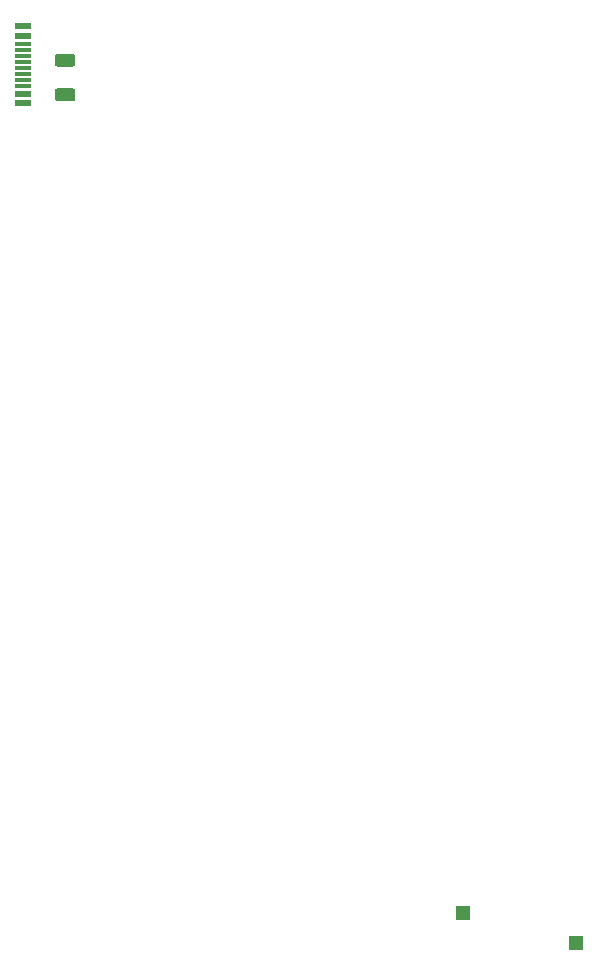
<source format=gbr>
%TF.GenerationSoftware,KiCad,Pcbnew,(5.1.10)-1*%
%TF.CreationDate,2021-12-13T12:24:24+01:00*%
%TF.ProjectId,Analog2HDMI_panel,416e616c-6f67-4324-9844-4d495f70616e,rev?*%
%TF.SameCoordinates,Original*%
%TF.FileFunction,Paste,Top*%
%TF.FilePolarity,Positive*%
%FSLAX46Y46*%
G04 Gerber Fmt 4.6, Leading zero omitted, Abs format (unit mm)*
G04 Created by KiCad (PCBNEW (5.1.10)-1) date 2021-12-13 12:24:24*
%MOMM*%
%LPD*%
G01*
G04 APERTURE LIST*
%ADD10R,1.300000X1.300000*%
%ADD11R,1.450000X0.600000*%
%ADD12R,1.450000X0.300000*%
G04 APERTURE END LIST*
D10*
%TO.C,U1*%
X153925000Y-134795000D03*
X144350000Y-132250000D03*
%TD*%
D11*
%TO.C,J1*%
X107055000Y-63685000D03*
X107055000Y-62885000D03*
X107055000Y-57985000D03*
X107055000Y-57185000D03*
X107055000Y-57185000D03*
X107055000Y-57985000D03*
X107055000Y-62885000D03*
X107055000Y-63685000D03*
D12*
X107055000Y-58685000D03*
X107055000Y-59185000D03*
X107055000Y-59685000D03*
X107055000Y-60685000D03*
X107055000Y-61185000D03*
X107055000Y-61685000D03*
X107055000Y-62185000D03*
X107055000Y-60185000D03*
%TD*%
%TO.C,R1*%
G36*
G01*
X111255002Y-60612500D02*
X110004998Y-60612500D01*
G75*
G02*
X109755000Y-60362502I0J249998D01*
G01*
X109755000Y-59737498D01*
G75*
G02*
X110004998Y-59487500I249998J0D01*
G01*
X111255002Y-59487500D01*
G75*
G02*
X111505000Y-59737498I0J-249998D01*
G01*
X111505000Y-60362502D01*
G75*
G02*
X111255002Y-60612500I-249998J0D01*
G01*
G37*
G36*
G01*
X111255002Y-63537500D02*
X110004998Y-63537500D01*
G75*
G02*
X109755000Y-63287502I0J249998D01*
G01*
X109755000Y-62662498D01*
G75*
G02*
X110004998Y-62412500I249998J0D01*
G01*
X111255002Y-62412500D01*
G75*
G02*
X111505000Y-62662498I0J-249998D01*
G01*
X111505000Y-63287502D01*
G75*
G02*
X111255002Y-63537500I-249998J0D01*
G01*
G37*
%TD*%
M02*

</source>
